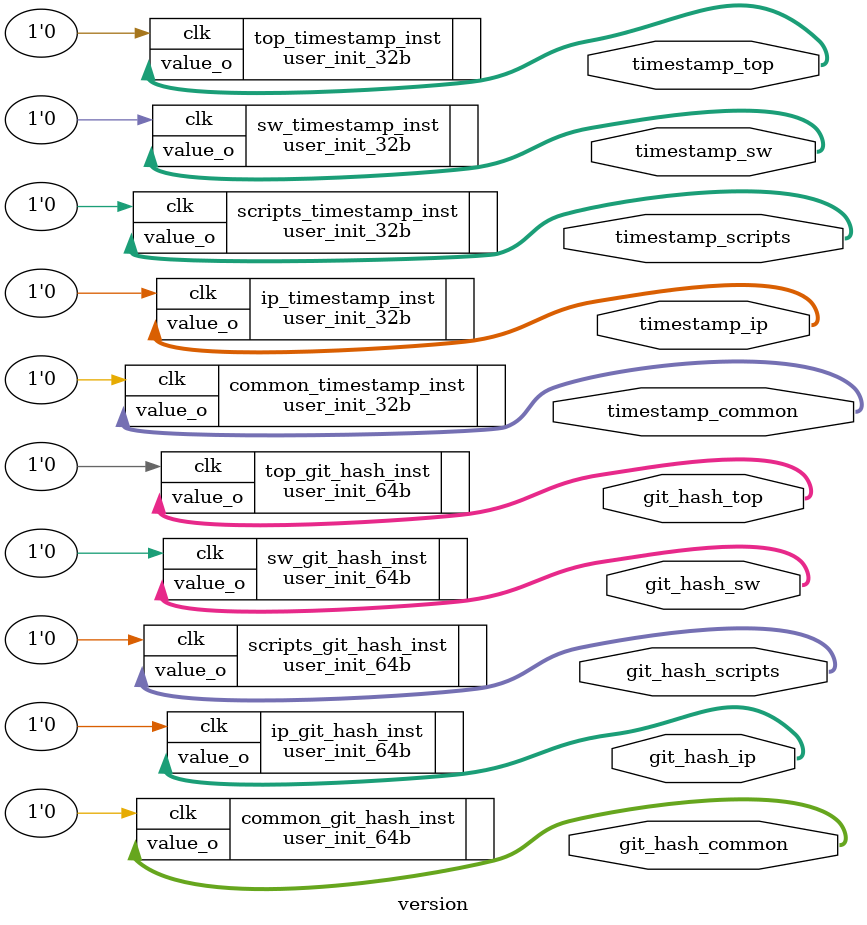
<source format=sv>
module version (
  output [63:0] git_hash_scripts    ,
  output [63:0] git_hash_top        ,
  output [63:0] git_hash_common     ,
  output [63:0] git_hash_sw         ,
  output [63:0] git_hash_ip         ,

  output [31:0] timestamp_scripts   ,
  output [31:0] timestamp_top       ,
  output [31:0] timestamp_common    ,
  output [31:0] timestamp_sw        ,
  output [31:0] timestamp_ip        
);
///////////////////////////////////////////////////////////////////////////////////////////////////

// SCRIPTS
  user_init_64b scripts_git_hash_inst (
    .clk      (1'b0),
    .value_o  (git_hash_scripts)
  );

  user_init_32b scripts_timestamp_inst (
    .clk      (1'b0),
    .value_o  (timestamp_scripts)
  );

// TOP
  user_init_64b top_git_hash_inst (
    .clk      (1'b0),
    .value_o  (git_hash_top)
  );

  user_init_32b top_timestamp_inst (
    .clk      (1'b0),
    .value_o  (timestamp_top)
  );

// common
  user_init_64b common_git_hash_inst (
    .clk      (1'b0),
    .value_o  (git_hash_common)
  );

  user_init_32b common_timestamp_inst (
    .clk      (1'b0),
    .value_o  (timestamp_common)
  );

// sw
  user_init_64b sw_git_hash_inst (
    .clk      (1'b0),
    .value_o  (git_hash_sw)
  );

  user_init_32b sw_timestamp_inst (
    .clk      (1'b0),
    .value_o  (timestamp_sw)
  );

// ip
  user_init_64b ip_git_hash_inst (
    .clk      (1'b0),
    .value_o  (git_hash_ip)
  );

  user_init_32b ip_timestamp_inst (
    .clk      (1'b0),
    .value_o  (timestamp_ip)
  );

endmodule

/* 

version version_inst (
  .git_hash_scripts   (git_hash_scripts    ),
  .git_hash_top       (git_hash_top        ),
  .git_hash_common    (git_hash_common     ),
  .git_hash_sw        (git_hash_sw         ),
  .git_hash_ip        (git_hash_ip         ),
  .timestamp_scripts  (timestamp_scripts   ),
  .timestamp_top      (timestamp_top       ),
  .timestamp_common   (timestamp_common    ),
  .timestamp_sw       (timestamp_sw        ),
  .timestamp_ip       (timestamp_ip        )
);

*/
</source>
